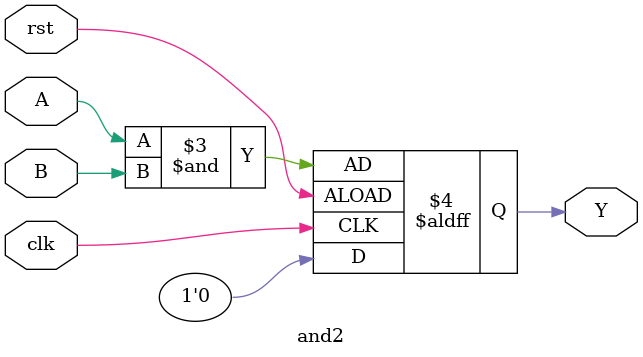
<source format=v>
module and2 (
  output reg Y,
  input A, B,
  input clk,
  input rst);

always @(posedge clk or negedge rst)
begin
	if(rst==1)
		Y <= 0;
	else
		Y= A&B;
end

endmodule
</source>
